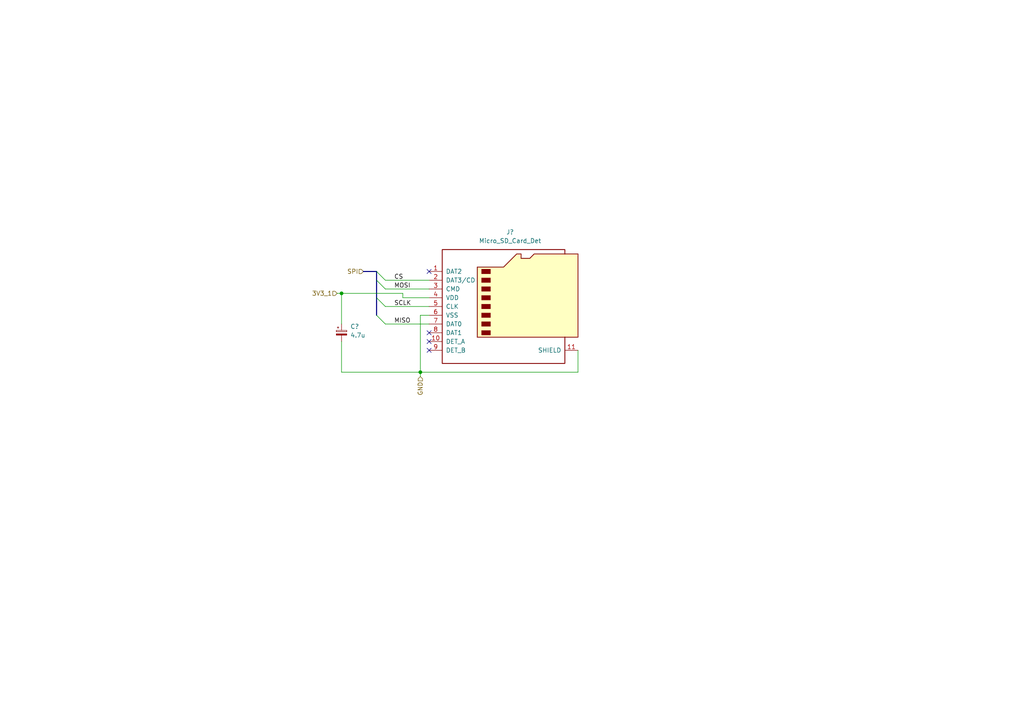
<source format=kicad_sch>
(kicad_sch (version 20211123) (generator eeschema)
  (paper "A4")
  (title_block (date "2022-12-27") (rev "0.1") (company "ncAudio"))
  (lib_symbols
    (symbol "Connector:Micro_SD_Card_Det" (pin_names (offset 1.016))
      (property "Reference" "J" (at -16.51 17.78 0))
      (property "Value" "Micro_SD_Card_Det" (at 16.51 17.78 0))
      (symbol "Micro_SD_Card_Det_0_1"
        (rectangle (start -7.62 -6.985) (end -5.08 -8.255) (fill (type outline)))
        (rectangle (start -7.62 -4.445) (end -5.08 -5.715) (fill (type outline)))
        (rectangle (start -7.62 -1.905) (end -5.08 -3.175) (fill (type outline)))
        (rectangle (start -7.62 0.635) (end -5.08 -0.635) (fill (type outline)))
        (rectangle (start -7.62 3.175) (end -5.08 1.905) (fill (type outline)))
        (rectangle (start -7.62 5.715) (end -5.08 4.445) (fill (type outline)))
        (rectangle (start -7.62 8.255) (end -5.08 6.985) (fill (type outline)))
        (rectangle (start -7.62 10.795) (end -5.08 9.525) (fill (type outline)))
        (polyline (pts (xy 16.51 15.24) (xy 16.51 16.51) (xy -19.05 16.51) (xy -19.05 -16.51) (xy 16.51 -16.51) (xy 16.51 -8.89)) (stroke (width 0.254)))
        (polyline (pts (xy -8.89 -8.89) (xy -8.89 11.43) (xy -1.27 11.43) (xy 2.54 15.24) (xy 3.81 15.24) (xy 3.81 13.97) (xy 6.35 13.97) (xy 7.62 15.24) (xy 20.32 15.24) (xy 20.32 -8.89) (xy -8.89 -8.89)) (stroke (width 0.254)) (fill (type background)))
      )
      (symbol "Micro_SD_Card_Det_1_1"
        (pin bidirectional line (at -22.86 10.16 0) (length 3.81) (name "DAT2") (number "1"))
        (pin passive line (at -22.86 -10.16 0) (length 3.81) (name "DET_A") (number "10"))
        (pin passive line (at 20.32 -12.7 180) (length 3.81) (name "SHIELD") (number "11"))
        (pin bidirectional line (at -22.86 7.62 0) (length 3.81) (name "DAT3/CD") (number "2"))
        (pin input line (at -22.86 5.08 0) (length 3.81) (name "CMD") (number "3"))
        (pin power_in line (at -22.86 2.54 0) (length 3.81) (name "VDD") (number "4"))
        (pin input line (at -22.86 0 0) (length 3.81) (name "CLK") (number "5"))
        (pin power_in line (at -22.86 -2.54 0) (length 3.81) (name "VSS") (number "6"))
        (pin bidirectional line (at -22.86 -5.08 0) (length 3.81) (name "DAT0") (number "7"))
        (pin bidirectional line (at -22.86 -7.62 0) (length 3.81) (name "DAT1") (number "8"))
        (pin passive line (at -22.86 -12.7 0) (length 3.81) (name "DET_B") (number "9"))
      )
    )
    (symbol "Device:C_Polarized_Small" (pin_numbers hide) (pin_names (offset 0.254) hide)
      (property "Reference" "C" (at 0.254 1.778 0))
      (property "Value" "C_Polarized_Small" (at 0.254 -2.032 0))
      (symbol "C_Polarized_Small_0_1"
        (rectangle (start -1.524 -0.3048) (end 1.524 -0.6858) (fill (type outline)))
        (rectangle (start -1.524 0.6858) (end 1.524 0.3048))
        (polyline (pts (xy -1.27 1.524) (xy -0.762 1.524)))
        (polyline (pts (xy -1.016 1.27) (xy -1.016 1.778)))
      )
      (symbol "C_Polarized_Small_1_1"
        (pin passive line (at 0 2.54 270) (length 1.8542) (name "~") (number "1"))
        (pin passive line (at 0 -2.54 90) (length 1.8542) (name "~") (number "2"))
      )
    )
  )
  (junction (at 121.92 107.95))
  (junction (at 99.06 85.09))
  (no_connect (at 124.46 78.74))
  (no_connect (at 124.46 101.6))
  (no_connect (at 124.46 99.06))
  (no_connect (at 124.46 96.52))
  (bus_entry (at 109.22 91.44) (size 2.54 2.54))
  (bus_entry (at 109.22 81.28) (size 2.54 2.54))
  (bus_entry (at 109.22 78.74) (size 2.54 2.54))
  (bus_entry (at 109.22 86.36) (size 2.54 2.54))
  (wire (pts (xy 111.76 93.98) (xy 124.46 93.98)))
  (bus (pts (xy 105.41 78.74) (xy 109.22 78.74)))
  (wire (pts (xy 111.76 88.9) (xy 124.46 88.9)))
  (wire (pts (xy 111.76 81.28) (xy 124.46 81.28)))
  (wire (pts (xy 121.92 107.95) (xy 167.64 107.95)))
  (wire (pts (xy 99.06 85.09) (xy 116.84 85.09)))
  (wire (pts (xy 167.64 101.6) (xy 167.64 107.95)))
  (wire (pts (xy 121.92 107.95) (xy 121.92 109.22)))
  (wire (pts (xy 121.92 91.44) (xy 121.92 107.95)))
  (wire (pts (xy 99.06 107.95) (xy 121.92 107.95)))
  (wire (pts (xy 111.76 83.82) (xy 124.46 83.82)))
  (wire (pts (xy 121.92 91.44) (xy 124.46 91.44)))
  (bus (pts (xy 109.22 81.28) (xy 109.22 86.36)))
  (wire (pts (xy 116.84 86.36) (xy 116.84 85.09)))
  (wire (pts (xy 97.79 85.09) (xy 99.06 85.09)))
  (bus (pts (xy 109.22 86.36) (xy 109.22 91.44)))
  (wire (pts (xy 99.06 85.09) (xy 99.06 93.98)))
  (bus (pts (xy 109.22 78.74) (xy 109.22 81.28)))
  (wire (pts (xy 99.06 99.06) (xy 99.06 107.95)))
  (wire (pts (xy 124.46 86.36) (xy 116.84 86.36)))
  (label "CS" (at 114.3 81.28 0))
  (label "SCLK" (at 114.3 88.9 0))
  (label "MISO" (at 114.3 93.98 0))
  (label "MOSI" (at 114.3 83.82 0))
  (hierarchical_label "SPI" (shape input) (at 105.41 78.74 180))
  (hierarchical_label "3V3_1" (shape input) (at 97.79 85.09 180))
  (hierarchical_label "GND" (shape input) (at 121.92 109.22 270))
  (symbol (lib_id "Connector:Micro_SD_Card_Det") (at 147.32 88.9 0) (unit 1)
    (property "Reference" "J?" (at 147.955 67.31 0))
    (property "Value" "Micro_SD_Card_Det" (at 147.955 69.85 0))
    (property "Datasheet" "https://www.hirose.com/product/en/download_file/key_name/DM3/category/Catalog/doc_file_id/49662/?file_category_id=4&item_id=195&is_series=1" (effects hide))
  )
  (symbol (lib_id "Device:C_Polarized_Small") (at 99.06 96.52 0) (unit 1)
    (property "Reference" "C?" (at 101.6 94.7038 0) (effects (justify left)))
    (property "Value" "4.7u" (at 101.6 97.2438 0) (effects (justify left)))
  )
)
</source>
